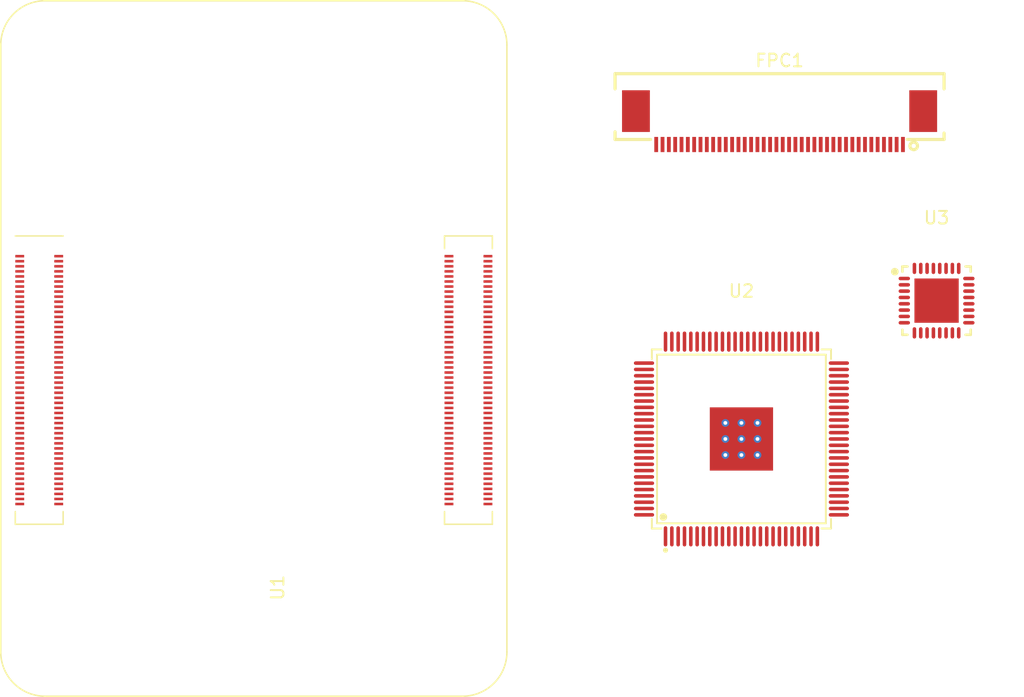
<source format=kicad_pcb>
(kicad_pcb (version 20221018) (generator pcbnew)
  (layers (0 "F.Cu" signal) (31 "B.Cu" signal) (34 "B.Paste" user) (35 "F.Paste" user) (36 "B.SilkS" user "B.Silkscreen") (37 "F.SilkS" user "F.Silkscreen") (38 "B.Mask" user) (39 "F.Mask" user) (44 "Edge.Cuts" user))
  (net 0 "")
  (net 203 "GND")
  (net 204 "HDMI0_CK-")
  (net 205 "HDMI0_CK+")
  (net 206 "HDMI0_D0-")
  (net 207 "HDMI0_D0+")
  (net 208 "HDMI0_D1-")
  (net 209 "HDMI0_D1+")
  (net 210 "HDMI0_D2-")
  (net 211 "HDMI0_D2+")
  (net 212 "Net-(J1-CK-)")
  (net 213 "Net-(J1-CK+)")
  (net 214 "Net-(J1-D0-)")
  (net 215 "Net-(J1-D0+)")
  (net 216 "Net-(J1-D1-)")
  (net 217 "Net-(J1-D1+)")
  (net 218 "Net-(J1-D2-)")
  (net 219 "Net-(J1-D2+)")
  (net 262 "/HDMI/HDMI1_CEC")
  (net 263 "/HDMI/HDMI1_SCL")
  (net 264 "/HDMI/HDMI1_SDA")
  (net 265 "/HDMI/HDMI1_HOTPLUG")
  (net 266 "/SD/SD_DAT2")
  (net 267 "/SD/SD_DAT1")
  (net 268 "/SD/SD_DAT0")
  (net 269 "/SD/SD_CMD")
  (net 270 "/SD/SD_DAT3")
  (net 271 "/SD/SD_CLK")
  (footprint "easyeda2kicad:FPC-SMD_P0.50-40P_LCS-SJ-H2.0" (layer "F.Cu") (at 190.783 70.181)
    (fp_text reference "FPC1" (at 0 -5.32) (layer "F.SilkS"))
    (fp_text value "AFC07-S40ECA-00")
    (fp_line (start -13 -4.28) (end -13 -3.08) (stroke (width 0.25)) (layer "F.SilkS"))
    (fp_line (start -13 0.32) (end -13 0.92) (stroke (width 0.25)) (layer "F.SilkS"))
    (fp_line (start -13 0.92) (end -10.2 0.92) (stroke (width 0.25)) (layer "F.SilkS"))
    (fp_line (start 10.1 0.92) (end 13 0.92) (stroke (width 0.25)) (layer "F.SilkS"))
    (fp_line (start 13 -4.28) (end -13 -4.28) (stroke (width 0.25)) (layer "F.SilkS"))
    (fp_line (start 13 -3.08) (end 13 -4.28) (stroke (width 0.25)) (layer "F.SilkS"))
    (fp_line (start 13 0.92) (end 13 0.42) (stroke (width 0.25)) (layer "F.SilkS"))
    (fp_circle (center 10.6 1.43) (end 10.9 1.43) (stroke (width 0.25)) (fill none) (layer "F.SilkS"))
    (pad "1" smd rect (at 9.75 1.32) (size 0.3 1.2) (layers "F.Cu" "F.Paste" "F.Mask"))
    (pad "2" smd rect (at 9.25 1.32) (size 0.3 1.2) (layers "F.Cu" "F.Paste" "F.Mask"))
    (pad "3" smd rect (at 8.75 1.32) (size 0.3 1.2) (layers "F.Cu" "F.Paste" "F.Mask"))
    (pad "4" smd rect (at 8.25 1.32) (size 0.3 1.2) (layers "F.Cu" "F.Paste" "F.Mask"))
    (pad "5" smd rect (at 7.75 1.32) (size 0.3 1.2) (layers "F.Cu" "F.Paste" "F.Mask"))
    (pad "6" smd rect (at 7.25 1.32) (size 0.3 1.2) (layers "F.Cu" "F.Paste" "F.Mask"))
    (pad "7" smd rect (at 6.75 1.32) (size 0.3 1.2) (layers "F.Cu" "F.Paste" "F.Mask"))
    (pad "8" smd rect (at 6.25 1.32) (size 0.3 1.2) (layers "F.Cu" "F.Paste" "F.Mask"))
    (pad "9" smd rect (at 5.75 1.32) (size 0.3 1.2) (layers "F.Cu" "F.Paste" "F.Mask"))
    (pad "10" smd rect (at 5.25 1.32) (size 0.3 1.2) (layers "F.Cu" "F.Paste" "F.Mask"))
    (pad "11" smd rect (at 4.75 1.32) (size 0.3 1.2) (layers "F.Cu" "F.Paste" "F.Mask"))
    (pad "12" smd rect (at 4.25 1.32) (size 0.3 1.2) (layers "F.Cu" "F.Paste" "F.Mask"))
    (pad "13" smd rect (at 3.75 1.32) (size 0.3 1.2) (layers "F.Cu" "F.Paste" "F.Mask"))
    (pad "14" smd rect (at 3.25 1.32) (size 0.3 1.2) (layers "F.Cu" "F.Paste" "F.Mask"))
    (pad "15" smd rect (at 2.75 1.32) (size 0.3 1.2) (layers "F.Cu" "F.Paste" "F.Mask"))
    (pad "16" smd rect (at 2.25 1.32) (size 0.3 1.2) (layers "F.Cu" "F.Paste" "F.Mask"))
    (pad "17" smd rect (at 1.75 1.32) (size 0.3 1.2) (layers "F.Cu" "F.Paste" "F.Mask"))
    (pad "18" smd rect (at 1.25 1.32) (size 0.3 1.2) (layers "F.Cu" "F.Paste" "F.Mask"))
    (pad "19" smd rect (at 0.75 1.32) (size 0.3 1.2) (layers "F.Cu" "F.Paste" "F.Mask"))
    (pad "20" smd rect (at 0.25 1.32) (size 0.3 1.2) (layers "F.Cu" "F.Paste" "F.Mask"))
    (pad "21" smd rect (at -0.25 1.32) (size 0.3 1.2) (layers "F.Cu" "F.Paste" "F.Mask"))
    (pad "22" smd rect (at -0.75 1.32) (size 0.3 1.2) (layers "F.Cu" "F.Paste" "F.Mask"))
    (pad "23" smd rect (at -1.25 1.32) (size 0.3 1.2) (layers "F.Cu" "F.Paste" "F.Mask"))
    (pad "24" smd rect (at -1.75 1.32) (size 0.3 1.2) (layers "F.Cu" "F.Paste" "F.Mask"))
    (pad "25" smd rect (at -2.25 1.32) (size 0.3 1.2) (layers "F.Cu" "F.Paste" "F.Mask"))
    (pad "26" smd rect (at -2.75 1.32) (size 0.3 1.2) (layers "F.Cu" "F.Paste" "F.Mask"))
    (pad "27" smd rect (at -3.25 1.32) (size 0.3 1.2) (layers "F.Cu" "F.Paste" "F.Mask"))
    (pad "28" smd rect (at -3.75 1.32) (size 0.3 1.2) (layers "F.Cu" "F.Paste" "F.Mask"))
    (pad "29" smd rect (at -4.25 1.32) (size 0.3 1.2) (layers "F.Cu" "F.Paste" "F.Mask"))
    (pad "30" smd rect (at -4.75 1.32) (size 0.3 1.2) (layers "F.Cu" "F.Paste" "F.Mask"))
    (pad "31" smd rect (at -5.25 1.32) (size 0.3 1.2) (layers "F.Cu" "F.Paste" "F.Mask"))
    (pad "32" smd rect (at -5.75 1.32) (size 0.3 1.2) (layers "F.Cu" "F.Paste" "F.Mask"))
    (pad "33" smd rect (at -6.25 1.32) (size 0.3 1.2) (layers "F.Cu" "F.Paste" "F.Mask"))
    (pad "34" smd rect (at -6.75 1.32) (size 0.3 1.2) (layers "F.Cu" "F.Paste" "F.Mask"))
    (pad "35" smd rect (at -7.25 1.32) (size 0.3 1.2) (layers "F.Cu" "F.Paste" "F.Mask"))
    (pad "36" smd rect (at -7.75 1.32) (size 0.3 1.2) (layers "F.Cu" "F.Paste" "F.Mask"))
    (pad "37" smd rect (at -8.25 1.32) (size 0.3 1.2) (layers "F.Cu" "F.Paste" "F.Mask"))
    (pad "38" smd rect (at -8.75 1.32) (size 0.3 1.2) (layers "F.Cu" "F.Paste" "F.Mask"))
    (pad "39" smd rect (at -9.25 1.32) (size 0.3 1.2) (layers "F.Cu" "F.Paste" "F.Mask"))
    (pad "40" smd rect (at -9.75 1.32) (size 0.3 1.2) (layers "F.Cu" "F.Paste" "F.Mask"))
    (pad "41" smd rect (at 11.35 -1.32) (size 2.2 3.3) (layers "F.Cu" "F.Paste" "F.Mask"))
    (pad "42" smd rect (at -11.35 -1.32) (size 2.2 3.3) (layers "F.Cu" "F.Paste" "F.Mask"))
  )
  (footprint "easyeda2kicad:TQFP-100_L14.0-W14.0-P0.50-LS16.0-BL-EP5.2" (layer "F.Cu") (at 187.769 94.789)
    (fp_text reference "U2" (at 0 -11.7) (layer "F.SilkS"))
    (fp_text value "TFP401APZP")
    (fp_line (start -7.08 -7.08) (end -6.33 -7.08) (stroke (width 0.15)) (layer "F.SilkS"))
    (fp_line (start -7.08 -6.33) (end -7.08 -7.08) (stroke (width 0.15)) (layer "F.SilkS"))
    (fp_line (start -7.08 6.33) (end -7.08 7.08) (stroke (width 0.15)) (layer "F.SilkS"))
    (fp_line (start -7.08 7.08) (end -6.33 7.08) (stroke (width 0.15)) (layer "F.SilkS"))
    (fp_line (start -6.67 -6.67) (end 6.67 -6.67) (stroke (width 0.15)) (layer "F.SilkS"))
    (fp_line (start -6.67 6.67) (end -6.67 -6.67) (stroke (width 0.15)) (layer "F.SilkS"))
    (fp_line (start 6.67 -6.67) (end 6.67 6.67) (stroke (width 0.15)) (layer "F.SilkS"))
    (fp_line (start 6.67 6.67) (end -6.67 6.67) (stroke (width 0.15)) (layer "F.SilkS"))
    (fp_line (start 7.08 -7.08) (end 6.33 -7.08) (stroke (width 0.15)) (layer "F.SilkS"))
    (fp_line (start 7.08 -6.33) (end 7.08 -7.08) (stroke (width 0.15)) (layer "F.SilkS"))
    (fp_line (start 7.08 6.33) (end 7.08 7.08) (stroke (width 0.15)) (layer "F.SilkS"))
    (fp_line (start 7.08 7.08) (end 6.33 7.08) (stroke (width 0.15)) (layer "F.SilkS"))
    (fp_circle (center -6.17 6.17) (end -6.02 6.17) (stroke (width 0.3)) (fill none) (layer "F.SilkS"))
    (fp_circle (center -6 8.8) (end -5.9 8.8) (stroke (width 0.2)) (fill none) (layer "F.SilkS"))
    (pad "" thru_hole circle (at -1.27 -1.27) (size 0.61 0.61) (drill 0.3) (layers "*.Cu" "*.Paste" "*.Mask"))
    (pad "" thru_hole circle (at -1.27 0) (size 0.61 0.61) (drill 0.3) (layers "*.Cu" "*.Paste" "*.Mask"))
    (pad "" thru_hole circle (at -1.27 1.27) (size 0.61 0.61) (drill 0.3) (layers "*.Cu" "*.Paste" "*.Mask"))
    (pad "" thru_hole circle (at 0 -1.27) (size 0.61 0.61) (drill 0.3) (layers "*.Cu" "*.Paste" "*.Mask"))
    (pad "" thru_hole circle (at 0 0) (size 0.61 0.61) (drill 0.3) (layers "*.Cu" "*.Paste" "*.Mask"))
    (pad "" thru_hole circle (at 0 1.27) (size 0.61 0.61) (drill 0.3) (layers "*.Cu" "*.Paste" "*.Mask"))
    (pad "" thru_hole circle (at 1.27 -1.27) (size 0.61 0.61) (drill 0.3) (layers "*.Cu" "*.Paste" "*.Mask"))
    (pad "" thru_hole circle (at 1.27 0) (size 0.61 0.61) (drill 0.3) (layers "*.Cu" "*.Paste" "*.Mask"))
    (pad "" thru_hole circle (at 1.27 1.27) (size 0.61 0.61) (drill 0.3) (layers "*.Cu" "*.Paste" "*.Mask"))
    (pad "1" smd oval (at -6 7.7) (size 0.28 1.6) (layers "F.Cu" "F.Paste" "F.Mask"))
    (pad "2" smd oval (at -5.5 7.7) (size 0.28 1.6) (layers "F.Cu" "F.Paste" "F.Mask"))
    (pad "3" smd oval (at -5 7.7) (size 0.28 1.6) (layers "F.Cu" "F.Paste" "F.Mask"))
    (pad "4" smd oval (at -4.5 7.7) (size 0.28 1.6) (layers "F.Cu" "F.Paste" "F.Mask"))
    (pad "5" smd oval (at -4 7.7) (size 0.28 1.6) (layers "F.Cu" "F.Paste" "F.Mask") (net 203 "GND"))
    (pad "6" smd oval (at -3.5 7.7) (size 0.28 1.6) (layers "F.Cu" "F.Paste" "F.Mask"))
    (pad "7" smd oval (at -3 7.7) (size 0.28 1.6) (layers "F.Cu" "F.Paste" "F.Mask"))
    (pad "8" smd oval (at -2.5 7.7) (size 0.28 1.6) (layers "F.Cu" "F.Paste" "F.Mask"))
    (pad "9" smd oval (at -2 7.7) (size 0.28 1.6) (layers "F.Cu" "F.Paste" "F.Mask"))
    (pad "10" smd oval (at -1.5 7.7) (size 0.28 1.6) (layers "F.Cu" "F.Paste" "F.Mask"))
    (pad "11" smd oval (at -1 7.7) (size 0.28 1.6) (layers "F.Cu" "F.Paste" "F.Mask"))
    (pad "12" smd oval (at -0.5 7.7) (size 0.28 1.6) (layers "F.Cu" "F.Paste" "F.Mask"))
    (pad "13" smd oval (at 0 7.7) (size 0.28 1.6) (layers "F.Cu" "F.Paste" "F.Mask"))
    (pad "14" smd oval (at 0.5 7.7) (size 0.28 1.6) (layers "F.Cu" "F.Paste" "F.Mask"))
    (pad "15" smd oval (at 1 7.7) (size 0.28 1.6) (layers "F.Cu" "F.Paste" "F.Mask"))
    (pad "16" smd oval (at 1.5 7.7) (size 0.28 1.6) (layers "F.Cu" "F.Paste" "F.Mask"))
    (pad "17" smd oval (at 2 7.7) (size 0.28 1.6) (layers "F.Cu" "F.Paste" "F.Mask"))
    (pad "18" smd oval (at 2.5 7.7) (size 0.28 1.6) (layers "F.Cu" "F.Paste" "F.Mask"))
    (pad "19" smd oval (at 3 7.7) (size 0.28 1.6) (layers "F.Cu" "F.Paste" "F.Mask") (net 203 "GND"))
    (pad "20" smd oval (at 3.5 7.7) (size 0.28 1.6) (layers "F.Cu" "F.Paste" "F.Mask"))
    (pad "21" smd oval (at 4 7.7) (size 0.28 1.6) (layers "F.Cu" "F.Paste" "F.Mask"))
    (pad "22" smd oval (at 4.5 7.7) (size 0.28 1.6) (layers "F.Cu" "F.Paste" "F.Mask"))
    (pad "23" smd oval (at 5 7.7) (size 0.28 1.6) (layers "F.Cu" "F.Paste" "F.Mask"))
    (pad "24" smd oval (at 5.5 7.7) (size 0.28 1.6) (layers "F.Cu" "F.Paste" "F.Mask"))
    (pad "25" smd oval (at 6 7.7) (size 0.28 1.6) (layers "F.Cu" "F.Paste" "F.Mask"))
    (pad "26" smd oval (at 7.7 6) (size 1.6 0.28) (layers "F.Cu" "F.Paste" "F.Mask"))
    (pad "27" smd oval (at 7.7 5.5) (size 1.6 0.28) (layers "F.Cu" "F.Paste" "F.Mask"))
    (pad "28" smd oval (at 7.7 5) (size 1.6 0.28) (layers "F.Cu" "F.Paste" "F.Mask") (net 203 "GND"))
    (pad "29" smd oval (at 7.7 4.5) (size 1.6 0.28) (layers "F.Cu" "F.Paste" "F.Mask"))
    (pad "30" smd oval (at 7.7 4) (size 1.6 0.28) (layers "F.Cu" "F.Paste" "F.Mask"))
    (pad "31" smd oval (at 7.7 3.5) (size 1.6 0.28) (layers "F.Cu" "F.Paste" "F.Mask"))
    (pad "32" smd oval (at 7.7 3) (size 1.6 0.28) (layers "F.Cu" "F.Paste" "F.Mask"))
    (pad "33" smd oval (at 7.7 2.5) (size 1.6 0.28) (layers "F.Cu" "F.Paste" "F.Mask"))
    (pad "34" smd oval (at 7.7 2) (size 1.6 0.28) (layers "F.Cu" "F.Paste" "F.Mask"))
    (pad "35" smd oval (at 7.7 1.5) (size 1.6 0.28) (layers "F.Cu" "F.Paste" "F.Mask"))
    (pad "36" smd oval (at 7.7 1) (size 1.6 0.28) (layers "F.Cu" "F.Paste" "F.Mask"))
    (pad "37" smd oval (at 7.7 0.5) (size 1.6 0.28) (layers "F.Cu" "F.Paste" "F.Mask"))
    (pad "38" smd oval (at 7.7 0) (size 1.6 0.28) (layers "F.Cu" "F.Paste" "F.Mask"))
    (pad "39" smd oval (at 7.7 -0.5) (size 1.6 0.28) (layers "F.Cu" "F.Paste" "F.Mask") (net 203 "GND"))
    (pad "40" smd oval (at 7.7 -1) (size 1.6 0.28) (layers "F.Cu" "F.Paste" "F.Mask"))
    (pad "41" smd oval (at 7.7 -1.5) (size 1.6 0.28) (layers "F.Cu" "F.Paste" "F.Mask"))
    (pad "42" smd oval (at 7.7 -2) (size 1.6 0.28) (layers "F.Cu" "F.Paste" "F.Mask"))
    (pad "43" smd oval (at 7.7 -2.5) (size 1.6 0.28) (layers "F.Cu" "F.Paste" "F.Mask"))
    (pad "44" smd oval (at 7.7 -3) (size 1.6 0.28) (layers "F.Cu" "F.Paste" "F.Mask"))
    (pad "45" smd oval (at 7.7 -3.5) (size 1.6 0.28) (layers "F.Cu" "F.Paste" "F.Mask") (net 203 "GND"))
    (pad "46" smd oval (at 7.7 -4) (size 1.6 0.28) (layers "F.Cu" "F.Paste" "F.Mask"))
    (pad "47" smd oval (at 7.7 -4.5) (size 1.6 0.28) (layers "F.Cu" "F.Paste" "F.Mask"))
    (pad "48" smd oval (at 7.7 -5) (size 1.6 0.28) (layers "F.Cu" "F.Paste" "F.Mask"))
    (pad "49" smd oval (at 7.7 -5.5) (size 1.6 0.28) (layers "F.Cu" "F.Paste" "F.Mask"))
    (pad "50" smd oval (at 7.7 -6) (size 1.6 0.28) (layers "F.Cu" "F.Paste" "F.Mask"))
    (pad "51" smd oval (at 6 -7.7) (size 0.28 1.6) (layers "F.Cu" "F.Paste" "F.Mask"))
    (pad "52" smd oval (at 5.5 -7.7) (size 0.28 1.6) (layers "F.Cu" "F.Paste" "F.Mask"))
    (pad "53" smd oval (at 5 -7.7) (size 0.28 1.6) (layers "F.Cu" "F.Paste" "F.Mask"))
    (pad "54" smd oval (at 4.5 -7.7) (size 0.28 1.6) (layers "F.Cu" "F.Paste" "F.Mask"))
    (pad "55" smd oval (at 4 -7.7) (size 0.28 1.6) (layers "F.Cu" "F.Paste" "F.Mask"))
    (pad "56" smd oval (at 3.5 -7.7) (size 0.28 1.6) (layers "F.Cu" "F.Paste" "F.Mask"))
    (pad "57" smd oval (at 3 -7.7) (size 0.28 1.6) (layers "F.Cu" "F.Paste" "F.Mask"))
    (pad "58" smd oval (at 2.5 -7.7) (size 0.28 1.6) (layers "F.Cu" "F.Paste" "F.Mask") (net 203 "GND"))
    (pad "59" smd oval (at 2 -7.7) (size 0.28 1.6) (layers "F.Cu" "F.Paste" "F.Mask"))
    (pad "60" smd oval (at 1.5 -7.7) (size 0.28 1.6) (layers "F.Cu" "F.Paste" "F.Mask"))
    (pad "61" smd oval (at 1 -7.7) (size 0.28 1.6) (layers "F.Cu" "F.Paste" "F.Mask"))
    (pad "62" smd oval (at 0.5 -7.7) (size 0.28 1.6) (layers "F.Cu" "F.Paste" "F.Mask"))
    (pad "63" smd oval (at 0 -7.7) (size 0.28 1.6) (layers "F.Cu" "F.Paste" "F.Mask"))
    (pad "64" smd oval (at -0.5 -7.7) (size 0.28 1.6) (layers "F.Cu" "F.Paste" "F.Mask"))
    (pad "65" smd oval (at -1 -7.7) (size 0.28 1.6) (layers "F.Cu" "F.Paste" "F.Mask"))
    (pad "66" smd oval (at -1.5 -7.7) (size 0.28 1.6) (layers "F.Cu" "F.Paste" "F.Mask"))
    (pad "67" smd oval (at -2 -7.7) (size 0.28 1.6) (layers "F.Cu" "F.Paste" "F.Mask"))
    (pad "68" smd oval (at -2.5 -7.7) (size 0.28 1.6) (layers "F.Cu" "F.Paste" "F.Mask") (net 203 "GND"))
    (pad "69" smd oval (at -3 -7.7) (size 0.28 1.6) (layers "F.Cu" "F.Paste" "F.Mask"))
    (pad "70" smd oval (at -3.5 -7.7) (size 0.28 1.6) (layers "F.Cu" "F.Paste" "F.Mask"))
    (pad "71" smd oval (at -4 -7.7) (size 0.28 1.6) (layers "F.Cu" "F.Paste" "F.Mask"))
    (pad "72" smd oval (at -4.5 -7.7) (size 0.28 1.6) (layers "F.Cu" "F.Paste" "F.Mask"))
    (pad "73" smd oval (at -5 -7.7) (size 0.28 1.6) (layers "F.Cu" "F.Paste" "F.Mask"))
    (pad "74" smd oval (at -5.5 -7.7) (size 0.28 1.6) (layers "F.Cu" "F.Paste" "F.Mask"))
    (pad "75" smd oval (at -6 -7.7) (size 0.28 1.6) (layers "F.Cu" "F.Paste" "F.Mask"))
    (pad "76" smd oval (at -7.7 -6) (size 1.6 0.28) (layers "F.Cu" "F.Paste" "F.Mask") (net 203 "GND"))
    (pad "77" smd oval (at -7.7 -5.5) (size 1.6 0.28) (layers "F.Cu" "F.Paste" "F.Mask"))
    (pad "78" smd oval (at -7.7 -5) (size 1.6 0.28) (layers "F.Cu" "F.Paste" "F.Mask"))
    (pad "79" smd oval (at -7.7 -4.5) (size 1.6 0.28) (layers "F.Cu" "F.Paste" "F.Mask") (net 203 "GND"))
    (pad "80" smd oval (at -7.7 -4) (size 1.6 0.28) (layers "F.Cu" "F.Paste" "F.Mask") (net 211 "HDMI0_D2+"))
    (pad "81" smd oval (at -7.7 -3.5) (size 1.6 0.28) (layers "F.Cu" "F.Paste" "F.Mask") (net 210 "HDMI0_D2-"))
    (pad "82" smd oval (at -7.7 -3) (size 1.6 0.28) (layers "F.Cu" "F.Paste" "F.Mask"))
    (pad "83" smd oval (at -7.7 -2.5) (size 1.6 0.28) (layers "F.Cu" "F.Paste" "F.Mask") (net 203 "GND"))
    (pad "84" smd oval (at -7.7 -2) (size 1.6 0.28) (layers "F.Cu" "F.Paste" "F.Mask"))
    (pad "85" smd oval (at -7.7 -1.5) (size 1.6 0.28) (layers "F.Cu" "F.Paste" "F.Mask") (net 209 "HDMI0_D1+"))
    (pad "86" smd oval (at -7.7 -1) (size 1.6 0.28) (layers "F.Cu" "F.Paste" "F.Mask") (net 208 "HDMI0_D1-"))
    (pad "87" smd oval (at -7.7 -0.5) (size 1.6 0.28) (layers "F.Cu" "F.Paste" "F.Mask") (net 203 "GND"))
    (pad "88" smd oval (at -7.7 0) (size 1.6 0.28) (layers "F.Cu" "F.Paste" "F.Mask"))
    (pad "89" smd oval (at -7.7 0.5) (size 1.6 0.28) (layers "F.Cu" "F.Paste" "F.Mask") (net 203 "GND"))
    (pad "90" smd oval (at -7.7 1) (size 1.6 0.28) (layers "F.Cu" "F.Paste" "F.Mask") (net 207 "HDMI0_D0+"))
    (pad "91" smd oval (at -7.7 1.5) (size 1.6 0.28) (layers "F.Cu" "F.Paste" "F.Mask") (net 206 "HDMI0_D0-"))
    (pad "92" smd oval (at -7.7 2) (size 1.6 0.28) (layers "F.Cu" "F.Paste" "F.Mask") (net 203 "GND"))
    (pad "93" smd oval (at -7.7 2.5) (size 1.6 0.28) (layers "F.Cu" "F.Paste" "F.Mask") (net 205 "HDMI0_CK+"))
    (pad "94" smd oval (at -7.7 3) (size 1.6 0.28) (layers "F.Cu" "F.Paste" "F.Mask") (net 204 "HDMI0_CK-"))
    (pad "95" smd oval (at -7.7 3.5) (size 1.6 0.28) (layers "F.Cu" "F.Paste" "F.Mask"))
    (pad "96" smd oval (at -7.7 4) (size 1.6 0.28) (layers "F.Cu" "F.Paste" "F.Mask"))
    (pad "97" smd oval (at -7.7 4.5) (size 1.6 0.28) (layers "F.Cu" "F.Paste" "F.Mask"))
    (pad "98" smd oval (at -7.7 5) (size 1.6 0.28) (layers "F.Cu" "F.Paste" "F.Mask") (net 203 "GND"))
    (pad "99" smd oval (at -7.7 5.5) (size 1.6 0.28) (layers "F.Cu" "F.Paste" "F.Mask"))
    (pad "100" smd oval (at -7.7 6) (size 1.6 0.28) (layers "F.Cu" "F.Paste" "F.Mask"))
    (pad "101" smd rect (at 0 0) (size 5 5) (layers "F.Cu" "F.Paste" "F.Mask"))
  )
  (footprint "easyeda2kicad:QFN-32_L5.0-W5.0-P0.50-TL-EP" (layer "F.Cu") (at 203.19 83.848)
    (fp_text reference "U3" (at 0 -6.55) (layer "F.SilkS"))
    (fp_text value "WM8960CGEFL/RV")
    (fp_line (start -2.7 -2.7) (end -2.3 -2.7) (stroke (width 0.2)) (layer "F.SilkS"))
    (fp_line (start -2.7 -2.29) (end -2.7 -2.7) (stroke (width 0.2)) (layer "F.SilkS"))
    (fp_line (start -2.7 2.3) (end -2.7 2.7) (stroke (width 0.2)) (layer "F.SilkS"))
    (fp_line (start -2.7 2.7) (end -2.3 2.7) (stroke (width 0.2)) (layer "F.SilkS"))
    (fp_line (start 2.29 -2.7) (end 2.7 -2.7) (stroke (width 0.2)) (layer "F.SilkS"))
    (fp_line (start 2.29 2.7) (end 2.7 2.7) (stroke (width 0.2)) (layer "F.SilkS"))
    (fp_line (start 2.7 -2.7) (end 2.7 -2.29) (stroke (width 0.2)) (layer "F.SilkS"))
    (fp_line (start 2.7 2.7) (end 2.7 2.3) (stroke (width 0.2)) (layer "F.SilkS"))
    (fp_circle (center -3.3 -2.29) (end -3.15 -2.29) (stroke (width 0.3)) (fill none) (layer "F.SilkS"))
    (pad "1" smd oval (at -2.55 -1.75 90) (size 0.28 0.9) (layers "F.Cu" "F.Paste" "F.Mask"))
    (pad "2" smd oval (at -2.55 -1.25 90) (size 0.28 0.9) (layers "F.Cu" "F.Paste" "F.Mask"))
    (pad "3" smd oval (at -2.55 -0.75 90) (size 0.28 0.9) (layers "F.Cu" "F.Paste" "F.Mask"))
    (pad "4" smd oval (at -2.55 -0.25 90) (size 0.28 0.9) (layers "F.Cu" "F.Paste" "F.Mask"))
    (pad "5" smd oval (at -2.55 0.25 90) (size 0.28 0.9) (layers "F.Cu" "F.Paste" "F.Mask"))
    (pad "6" smd oval (at -2.55 0.75 90) (size 0.28 0.9) (layers "F.Cu" "F.Paste" "F.Mask"))
    (pad "7" smd oval (at -2.55 1.25 90) (size 0.28 0.9) (layers "F.Cu" "F.Paste" "F.Mask"))
    (pad "8" smd oval (at -2.55 1.75 90) (size 0.28 0.9) (layers "F.Cu" "F.Paste" "F.Mask"))
    (pad "9" smd oval (at -1.75 2.55) (size 0.28 0.9) (layers "F.Cu" "F.Paste" "F.Mask"))
    (pad "10" smd oval (at -1.25 2.55) (size 0.28 0.9) (layers "F.Cu" "F.Paste" "F.Mask"))
    (pad "11" smd oval (at -0.75 2.55) (size 0.28 0.9) (layers "F.Cu" "F.Paste" "F.Mask"))
    (pad "12" smd oval (at -0.25 2.55) (size 0.28 0.9) (layers "F.Cu" "F.Paste" "F.Mask"))
    (pad "13" smd oval (at 0.25 2.55) (size 0.28 0.9) (layers "F.Cu" "F.Paste" "F.Mask"))
    (pad "14" smd oval (at 0.75 2.55) (size 0.28 0.9) (layers "F.Cu" "F.Paste" "F.Mask"))
    (pad "15" smd oval (at 1.25 2.55) (size 0.28 0.9) (layers "F.Cu" "F.Paste" "F.Mask"))
    (pad "16" smd oval (at 1.75 2.55) (size 0.28 0.9) (layers "F.Cu" "F.Paste" "F.Mask"))
    (pad "17" smd oval (at 2.55 1.75 90) (size 0.28 0.9) (layers "F.Cu" "F.Paste" "F.Mask"))
    (pad "18" smd oval (at 2.55 1.25 90) (size 0.28 0.9) (layers "F.Cu" "F.Paste" "F.Mask"))
    (pad "19" smd oval (at 2.55 0.75 90) (size 0.28 0.9) (layers "F.Cu" "F.Paste" "F.Mask"))
    (pad "20" smd oval (at 2.55 0.25 90) (size 0.28 0.9) (layers "F.Cu" "F.Paste" "F.Mask"))
    (pad "21" smd oval (at 2.55 -0.25 90) (size 0.28 0.9) (layers "F.Cu" "F.Paste" "F.Mask"))
    (pad "22" smd oval (at 2.55 -0.75 90) (size 0.28 0.9) (layers "F.Cu" "F.Paste" "F.Mask"))
    (pad "23" smd oval (at 2.55 -1.25 90) (size 0.28 0.9) (layers "F.Cu" "F.Paste" "F.Mask"))
    (pad "24" smd oval (at 2.55 -1.75 90) (size 0.28 0.9) (layers "F.Cu" "F.Paste" "F.Mask"))
    (pad "25" smd oval (at 1.75 -2.55) (size 0.28 0.9) (layers "F.Cu" "F.Paste" "F.Mask"))
    (pad "26" smd oval (at 1.25 -2.55) (size 0.28 0.9) (layers "F.Cu" "F.Paste" "F.Mask"))
    (pad "27" smd oval (at 0.75 -2.55) (size 0.28 0.9) (layers "F.Cu" "F.Paste" "F.Mask"))
    (pad "28" smd oval (at 0.25 -2.55) (size 0.28 0.9) (layers "F.Cu" "F.Paste" "F.Mask"))
    (pad "29" smd oval (at -0.25 -2.55) (size 0.28 0.9) (layers "F.Cu" "F.Paste" "F.Mask"))
    (pad "30" smd oval (at -0.75 -2.55) (size 0.28 0.9) (layers "F.Cu" "F.Paste" "F.Mask"))
    (pad "31" smd oval (at -1.25 -2.55) (size 0.28 0.9) (layers "F.Cu" "F.Paste" "F.Mask"))
    (pad "32" smd oval (at -1.75 -2.55) (size 0.28 0.9) (layers "F.Cu" "F.Paste" "F.Mask"))
    (pad "33" smd rect (at 0 0) (size 3.5 3.5) (layers "F.Cu" "F.Paste" "F.Mask"))
  )
  (footprint "RPi_Compute_Module_4:Raspberry-Pi-4-Compute-Module" (layer "F.Cu") (at 149.235 90.133)
    (fp_text reference "U1" (at 1.88 16.42 270) (layer "F.SilkS"))
    (fp_text value "Compute_Module_4_Functional")
    (fp_line (start -20 -26.5) (end -20 21.5) (stroke (width 0.12)) (layer "F.SilkS"))
    (fp_line (start -18.85 -11.4) (end -15.07 -11.4) (stroke (width 0.12)) (layer "F.SilkS"))
    (fp_line (start -18.85 11.4) (end -18.85 10.4) (stroke (width 0.12)) (layer "F.SilkS"))
    (fp_line (start -18.85 11.4) (end -15.07 11.4) (stroke (width 0.12)) (layer "F.SilkS"))
    (fp_line (start -16.5 25) (end 16.5 25) (stroke (width 0.12)) (layer "F.SilkS"))
    (fp_line (start -15.07 11.4) (end -15.07 10.4) (stroke (width 0.12)) (layer "F.SilkS"))
    (fp_line (start 15.07 -11.4) (end 15.07 -10.4) (stroke (width 0.12)) (layer "F.SilkS"))
    (fp_line (start 15.07 -11.4) (end 18.85 -11.4) (stroke (width 0.12)) (layer "F.SilkS"))
    (fp_line (start 15.07 11.4) (end 15.07 10.4) (stroke (width 0.12)) (layer "F.SilkS"))
    (fp_line (start 15.07 11.4) (end 18.85 11.4) (stroke (width 0.12)) (layer "F.SilkS"))
    (fp_line (start 16.5 -30) (end -16.5 -30) (stroke (width 0.12)) (layer "F.SilkS"))
    (fp_line (start 18.85 -11.4) (end 18.85 -10.4) (stroke (width 0.12)) (layer "F.SilkS"))
    (fp_line (start 18.85 11.4) (end 18.85 10.4) (stroke (width 0.12)) (layer "F.SilkS"))
    (fp_line (start 20 21.5) (end 20 -26.5) (stroke (width 0.12)) (layer "F.SilkS"))
    (fp_arc (start -20 -26.5) (mid -18.974874 -28.974874) (end -16.5 -30) (stroke (width 0.12)) (layer "F.SilkS"))
    (fp_arc (start -16.5 25) (mid -18.974874 23.974874) (end -20 21.5) (stroke (width 0.12)) (layer "F.SilkS"))
    (fp_arc (start 16.5 -30) (mid 18.974874 -28.974874) (end 20 -26.5) (stroke (width 0.12)) (layer "F.SilkS"))
    (fp_arc (start 20 21.5) (mid 18.974874 23.974874) (end 16.5 25) (stroke (width 0.12)) (layer "F.SilkS"))
    (pad "" np_thru_hole circle (at -16.5 -26.5) (size 2.7 2.7) (drill 2.7) (layers "*.Cu" "*.Mask") (clearance 1.7))
    (pad "" np_thru_hole circle (at -16.5 21.5) (size 2.7 2.7) (drill 2.7) (layers "*.Cu" "*.Mask") (clearance 1.7))
    (pad "" np_thru_hole circle (at 16.5 -26.5) (size 2.7 2.7) (drill 2.7) (layers "*.Cu" "*.Mask") (clearance 1.7))
    (pad "" np_thru_hole circle (at 16.5 21.5) (size 2.7 2.7) (drill 2.7) (layers "*.Cu" "*.Mask") (clearance 1.7))
    (pad "1" smd rect (at -18.5 -9.8 270) (size 0.2 0.7) (layers "F.Cu" "F.Paste" "F.Mask") (net 203 "GND"))
    (pad "2" smd rect (at -15.42 -9.8 270) (size 0.2 0.7) (layers "F.Cu" "F.Paste" "F.Mask") (net 203 "GND"))
    (pad "3" smd rect (at -18.5 -9.4 270) (size 0.2 0.7) (layers "F.Cu" "F.Paste" "F.Mask"))
    (pad "4" smd rect (at -15.42 -9.4 270) (size 0.2 0.7) (layers "F.Cu" "F.Paste" "F.Mask"))
    (pad "5" smd rect (at -18.5 -9 270) (size 0.2 0.7) (layers "F.Cu" "F.Paste" "F.Mask"))
    (pad "6" smd rect (at -15.42 -9 270) (size 0.2 0.7) (layers "F.Cu" "F.Paste" "F.Mask"))
    (pad "7" smd rect (at -18.5 -8.6 270) (size 0.2 0.7) (layers "F.Cu" "F.Paste" "F.Mask") (net 203 "GND"))
    (pad "8" smd rect (at -15.42 -8.6 270) (size 0.2 0.7) (layers "F.Cu" "F.Paste" "F.Mask") (net 203 "GND"))
    (pad "9" smd rect (at -18.5 -8.2 270) (size 0.2 0.7) (layers "F.Cu" "F.Paste" "F.Mask"))
    (pad "10" smd rect (at -15.42 -8.2 270) (size 0.2 0.7) (layers "F.Cu" "F.Paste" "F.Mask"))
    (pad "11" smd rect (at -18.5 -7.8 270) (size 0.2 0.7) (layers "F.Cu" "F.Paste" "F.Mask"))
    (pad "12" smd rect (at -15.42 -7.8 270) (size 0.2 0.7) (layers "F.Cu" "F.Paste" "F.Mask"))
    (pad "13" smd rect (at -18.5 -7.4 270) (size 0.2 0.7) (layers "F.Cu" "F.Paste" "F.Mask") (net 203 "GND"))
    (pad "14" smd rect (at -15.42 -7.4 270) (size 0.2 0.7) (layers "F.Cu" "F.Paste" "F.Mask") (net 203 "GND"))
    (pad "15" smd rect (at -18.5 -7 270) (size 0.2 0.7) (layers "F.Cu" "F.Paste" "F.Mask"))
    (pad "16" smd rect (at -15.42 -7 270) (size 0.2 0.7) (layers "F.Cu" "F.Paste" "F.Mask"))
    (pad "17" smd rect (at -18.5 -6.6 270) (size 0.2 0.7) (layers "F.Cu" "F.Paste" "F.Mask"))
    (pad "18" smd rect (at -15.42 -6.6 270) (size 0.2 0.7) (layers "F.Cu" "F.Paste" "F.Mask"))
    (pad "19" smd rect (at -18.5 -6.2 270) (size 0.2 0.7) (layers "F.Cu" "F.Paste" "F.Mask"))
    (pad "20" smd rect (at -15.42 -6.2 270) (size 0.2 0.7) (layers "F.Cu" "F.Paste" "F.Mask"))
    (pad "21" smd rect (at -18.5 -5.8 270) (size 0.2 0.7) (layers "F.Cu" "F.Paste" "F.Mask"))
    (pad "22" smd rect (at -15.42 -5.8 270) (size 0.2 0.7) (layers "F.Cu" "F.Paste" "F.Mask") (net 203 "GND"))
    (pad "23" smd rect (at -18.5 -5.4 270) (size 0.2 0.7) (layers "F.Cu" "F.Paste" "F.Mask") (net 203 "GND"))
    (pad "24" smd rect (at -15.42 -5.4 270) (size 0.2 0.7) (layers "F.Cu" "F.Paste" "F.Mask"))
    (pad "25" smd rect (at -18.5 -5 270) (size 0.2 0.7) (layers "F.Cu" "F.Paste" "F.Mask"))
    (pad "26" smd rect (at -15.42 -5 270) (size 0.2 0.7) (layers "F.Cu" "F.Paste" "F.Mask"))
    (pad "27" smd rect (at -18.5 -4.6 270) (size 0.2 0.7) (layers "F.Cu" "F.Paste" "F.Mask"))
    (pad "28" smd rect (at -15.42 -4.6 270) (size 0.2 0.7) (layers "F.Cu" "F.Paste" "F.Mask"))
    (pad "29" smd rect (at -18.5 -4.2 270) (size 0.2 0.7) (layers "F.Cu" "F.Paste" "F.Mask"))
    (pad "30" smd rect (at -15.42 -4.2 270) (size 0.2 0.7) (layers "F.Cu" "F.Paste" "F.Mask"))
    (pad "31" smd rect (at -18.5 -3.8 270) (size 0.2 0.7) (layers "F.Cu" "F.Paste" "F.Mask"))
    (pad "32" smd rect (at -15.42 -3.8 270) (size 0.2 0.7) (layers "F.Cu" "F.Paste" "F.Mask") (net 203 "GND"))
    (pad "33" smd rect (at -18.5 -3.4 270) (size 0.2 0.7) (layers "F.Cu" "F.Paste" "F.Mask") (net 203 "GND"))
    (pad "34" smd rect (at -15.42 -3.4 270) (size 0.2 0.7) (layers "F.Cu" "F.Paste" "F.Mask"))
    (pad "35" smd rect (at -18.5 -3 270) (size 0.2 0.7) (layers "F.Cu" "F.Paste" "F.Mask"))
    (pad "36" smd rect (at -15.42 -3 270) (size 0.2 0.7) (layers "F.Cu" "F.Paste" "F.Mask"))
    (pad "37" smd rect (at -18.5 -2.6 270) (size 0.2 0.7) (layers "F.Cu" "F.Paste" "F.Mask"))
    (pad "38" smd rect (at -15.42 -2.6 270) (size 0.2 0.7) (layers "F.Cu" "F.Paste" "F.Mask"))
    (pad "39" smd rect (at -18.5 -2.2 270) (size 0.2 0.7) (layers "F.Cu" "F.Paste" "F.Mask"))
    (pad "40" smd rect (at -15.42 -2.2 270) (size 0.2 0.7) (layers "F.Cu" "F.Paste" "F.Mask"))
    (pad "41" smd rect (at -18.5 -1.8 270) (size 0.2 0.7) (layers "F.Cu" "F.Paste" "F.Mask"))
    (pad "42" smd rect (at -15.42 -1.8 270) (size 0.2 0.7) (layers "F.Cu" "F.Paste" "F.Mask") (net 203 "GND"))
    (pad "43" smd rect (at -18.5 -1.4 270) (size 0.2 0.7) (layers "F.Cu" "F.Paste" "F.Mask") (net 203 "GND"))
    (pad "44" smd rect (at -15.42 -1.4 270) (size 0.2 0.7) (layers "F.Cu" "F.Paste" "F.Mask"))
    (pad "45" smd rect (at -18.5 -1 270) (size 0.2 0.7) (layers "F.Cu" "F.Paste" "F.Mask"))
    (pad "46" smd rect (at -15.42 -1 270) (size 0.2 0.7) (layers "F.Cu" "F.Paste" "F.Mask"))
    (pad "47" smd rect (at -18.5 -0.6 270) (size 0.2 0.7) (layers "F.Cu" "F.Paste" "F.Mask"))
    (pad "48" smd rect (at -15.42 -0.6 270) (size 0.2 0.7) (layers "F.Cu" "F.Paste" "F.Mask"))
    (pad "49" smd rect (at -18.5 -0.2 270) (size 0.2 0.7) (layers "F.Cu" "F.Paste" "F.Mask"))
    (pad "50" smd rect (at -15.42 -0.2 270) (size 0.2 0.7) (layers "F.Cu" "F.Paste" "F.Mask"))
    (pad "51" smd rect (at -18.5 0.2 270) (size 0.2 0.7) (layers "F.Cu" "F.Paste" "F.Mask"))
    (pad "52" smd rect (at -15.42 0.2 270) (size 0.2 0.7) (layers "F.Cu" "F.Paste" "F.Mask") (net 203 "GND"))
    (pad "53" smd rect (at -18.5 0.6 270) (size 0.2 0.7) (layers "F.Cu" "F.Paste" "F.Mask") (net 203 "GND"))
    (pad "54" smd rect (at -15.42 0.6 270) (size 0.2 0.7) (layers "F.Cu" "F.Paste" "F.Mask"))
    (pad "55" smd rect (at -18.5 1 270) (size 0.2 0.7) (layers "F.Cu" "F.Paste" "F.Mask"))
    (pad "56" smd rect (at -15.42 1 270) (size 0.2 0.7) (layers "F.Cu" "F.Paste" "F.Mask"))
    (pad "57" smd rect (at -18.5 1.4 270) (size 0.2 0.7) (layers "F.Cu" "F.Paste" "F.Mask") (net 271 "/SD/SD_CLK"))
    (pad "58" smd rect (at -15.42 1.4 270) (size 0.2 0.7) (layers "F.Cu" "F.Paste" "F.Mask"))
    (pad "59" smd rect (at -18.5 1.8 270) (size 0.2 0.7) (layers "F.Cu" "F.Paste" "F.Mask") (net 203 "GND"))
    (pad "60" smd rect (at -15.42 1.8 270) (size 0.2 0.7) (layers "F.Cu" "F.Paste" "F.Mask") (net 203 "GND"))
    (pad "61" smd rect (at -18.5 2.2 270) (size 0.2 0.7) (layers "F.Cu" "F.Paste" "F.Mask") (net 270 "/SD/SD_DAT3"))
    (pad "62" smd rect (at -15.42 2.2 270) (size 0.2 0.7) (layers "F.Cu" "F.Paste" "F.Mask") (net 269 "/SD/SD_CMD"))
    (pad "63" smd rect (at -18.5 2.6 270) (size 0.2 0.7) (layers "F.Cu" "F.Paste" "F.Mask") (net 268 "/SD/SD_DAT0"))
    (pad "64" smd rect (at -15.42 2.6 270) (size 0.2 0.7) (layers "F.Cu" "F.Paste" "F.Mask"))
    (pad "65" smd rect (at -18.5 3 270) (size 0.2 0.7) (layers "F.Cu" "F.Paste" "F.Mask") (net 203 "GND"))
    (pad "66" smd rect (at -15.42 3 270) (size 0.2 0.7) (layers "F.Cu" "F.Paste" "F.Mask") (net 203 "GND"))
    (pad "67" smd rect (at -18.5 3.4 270) (size 0.2 0.7) (layers "F.Cu" "F.Paste" "F.Mask") (net 267 "/SD/SD_DAT1"))
    (pad "68" smd rect (at -15.42 3.4 270) (size 0.2 0.7) (layers "F.Cu" "F.Paste" "F.Mask"))
    (pad "69" smd rect (at -18.5 3.8 270) (size 0.2 0.7) (layers "F.Cu" "F.Paste" "F.Mask") (net 266 "/SD/SD_DAT2"))
    (pad "70" smd rect (at -15.42 3.8 270) (size 0.2 0.7) (layers "F.Cu" "F.Paste" "F.Mask"))
    (pad "71" smd rect (at -18.5 4.2 270) (size 0.2 0.7) (layers "F.Cu" "F.Paste" "F.Mask") (net 203 "GND"))
    (pad "72" smd rect (at -15.42 4.2 270) (size 0.2 0.7) (layers "F.Cu" "F.Paste" "F.Mask"))
    (pad "73" smd rect (at -18.5 4.6 270) (size 0.2 0.7) (layers "F.Cu" "F.Paste" "F.Mask"))
    (pad "74" smd rect (at -15.42 4.6 270) (size 0.2 0.7) (layers "F.Cu" "F.Paste" "F.Mask") (net 203 "GND"))
    (pad "75" smd rect (at -18.5 5 270) (size 0.2 0.7) (layers "F.Cu" "F.Paste" "F.Mask"))
    (pad "76" smd rect (at -15.42 5 270) (size 0.2 0.7) (layers "F.Cu" "F.Paste" "F.Mask"))
    (pad "77" smd rect (at -18.5 5.4 270) (size 0.2 0.7) (layers "F.Cu" "F.Paste" "F.Mask"))
    (pad "78" smd rect (at -15.42 5.4 270) (size 0.2 0.7) (layers "F.Cu" "F.Paste" "F.Mask"))
    (pad "79" smd rect (at -18.5 5.8 270) (size 0.2 0.7) (layers "F.Cu" "F.Paste" "F.Mask"))
    (pad "80" smd rect (at -15.42 5.8 270) (size 0.2 0.7) (layers "F.Cu" "F.Paste" "F.Mask"))
    (pad "81" smd rect (at -18.5 6.2 270) (size 0.2 0.7) (layers "F.Cu" "F.Paste" "F.Mask"))
    (pad "82" smd rect (at -15.42 6.2 270) (size 0.2 0.7) (layers "F.Cu" "F.Paste" "F.Mask"))
    (pad "83" smd rect (at -18.5 6.6 270) (size 0.2 0.7) (layers "F.Cu" "F.Paste" "F.Mask"))
    (pad "84" smd rect (at -15.42 6.6 270) (size 0.2 0.7) (layers "F.Cu" "F.Paste" "F.Mask"))
    (pad "85" smd rect (at -18.5 7 270) (size 0.2 0.7) (layers "F.Cu" "F.Paste" "F.Mask"))
    (pad "86" smd rect (at -15.42 7 270) (size 0.2 0.7) (layers "F.Cu" "F.Paste" "F.Mask"))
    (pad "87" smd rect (at -18.5 7.4 270) (size 0.2 0.7) (layers "F.Cu" "F.Paste" "F.Mask"))
    (pad "88" smd rect (at -15.42 7.4 270) (size 0.2 0.7) (layers "F.Cu" "F.Paste" "F.Mask"))
    (pad "89" smd rect (at -18.5 7.8 270) (size 0.2 0.7) (layers "F.Cu" "F.Paste" "F.Mask"))
    (pad "90" smd rect (at -15.42 7.8 270) (size 0.2 0.7) (layers "F.Cu" "F.Paste" "F.Mask"))
    (pad "91" smd rect (at -18.5 8.2 270) (size 0.2 0.7) (layers "F.Cu" "F.Paste" "F.Mask"))
    (pad "92" smd rect (at -15.42 8.2 270) (size 0.2 0.7) (layers "F.Cu" "F.Paste" "F.Mask"))
    (pad "93" smd rect (at -18.5 8.6 270) (size 0.2 0.7) (layers "F.Cu" "F.Paste" "F.Mask"))
    (pad "94" smd rect (at -15.42 8.6 270) (size 0.2 0.7) (layers "F.Cu" "F.Paste" "F.Mask"))
    (pad "95" smd rect (at -18.5 9 270) (size 0.2 0.7) (layers "F.Cu" "F.Paste" "F.Mask"))
    (pad "96" smd rect (at -15.42 9 270) (size 0.2 0.7) (layers "F.Cu" "F.Paste" "F.Mask"))
    (pad "97" smd rect (at -18.5 9.4 270) (size 0.2 0.7) (layers "F.Cu" "F.Paste" "F.Mask"))
    (pad "98" smd rect (at -15.42 9.4 270) (size 0.2 0.7) (layers "F.Cu" "F.Paste" "F.Mask") (net 203 "GND"))
    (pad "99" smd rect (at -18.5 9.8 270) (size 0.2 0.7) (layers "F.Cu" "F.Paste" "F.Mask"))
    (pad "100" smd rect (at -15.42 9.8 270) (size 0.2 0.7) (layers "F.Cu" "F.Paste" "F.Mask"))
    (pad "101" smd rect (at 15.42 -9.8 270) (size 0.2 0.7) (layers "F.Cu" "F.Paste" "F.Mask"))
    (pad "102" smd rect (at 18.5 -9.8 270) (size 0.2 0.7) (layers "F.Cu" "F.Paste" "F.Mask"))
    (pad "103" smd rect (at 15.42 -9.4 270) (size 0.2 0.7) (layers "F.Cu" "F.Paste" "F.Mask"))
    (pad "104" smd rect (at 18.5 -9.4 270) (size 0.2 0.7) (layers "F.Cu" "F.Paste" "F.Mask"))
    (pad "105" smd rect (at 15.42 -9 270) (size 0.2 0.7) (layers "F.Cu" "F.Paste" "F.Mask"))
    (pad "106" smd rect (at 18.5 -9 270) (size 0.2 0.7) (layers "F.Cu" "F.Paste" "F.Mask"))
    (pad "107" smd rect (at 15.42 -8.6 270) (size 0.2 0.7) (layers "F.Cu" "F.Paste" "F.Mask") (net 203 "GND"))
    (pad "108" smd rect (at 18.5 -8.6 270) (size 0.2 0.7) (layers "F.Cu" "F.Paste" "F.Mask") (net 203 "GND"))
    (pad "109" smd rect (at 15.42 -8.2 270) (size 0.2 0.7) (layers "F.Cu" "F.Paste" "F.Mask"))
    (pad "110" smd rect (at 18.5 -8.2 270) (size 0.2 0.7) (layers "F.Cu" "F.Paste" "F.Mask"))
    (pad "111" smd rect (at 15.42 -7.8 270) (size 0.2 0.7) (layers "F.Cu" "F.Paste" "F.Mask"))
    (pad "112" smd rect (at 18.5 -7.8 270) (size 0.2 0.7) (layers "F.Cu" "F.Paste" "F.Mask"))
    (pad "113" smd rect (at 15.42 -7.4 270) (size 0.2 0.7) (layers "F.Cu" "F.Paste" "F.Mask") (net 203 "GND"))
    (pad "114" smd rect (at 18.5 -7.4 270) (size 0.2 0.7) (layers "F.Cu" "F.Paste" "F.Mask") (net 203 "GND"))
    (pad "115" smd rect (at 15.42 -7 270) (size 0.2 0.7) (layers "F.Cu" "F.Paste" "F.Mask"))
    (pad "116" smd rect (at 18.5 -7 270) (size 0.2 0.7) (layers "F.Cu" "F.Paste" "F.Mask"))
    (pad "117" smd rect (at 15.42 -6.6 270) (size 0.2 0.7) (layers "F.Cu" "F.Paste" "F.Mask"))
    (pad "118" smd rect (at 18.5 -6.6 270) (size 0.2 0.7) (layers "F.Cu" "F.Paste" "F.Mask"))
    (pad "119" smd rect (at 15.42 -6.2 270) (size 0.2 0.7) (layers "F.Cu" "F.Paste" "F.Mask") (net 203 "GND"))
    (pad "120" smd rect (at 18.5 -6.2 270) (size 0.2 0.7) (layers "F.Cu" "F.Paste" "F.Mask") (net 203 "GND"))
    (pad "121" smd rect (at 15.42 -5.8 270) (size 0.2 0.7) (layers "F.Cu" "F.Paste" "F.Mask"))
    (pad "122" smd rect (at 18.5 -5.8 270) (size 0.2 0.7) (layers "F.Cu" "F.Paste" "F.Mask"))
    (pad "123" smd rect (at 15.42 -5.4 270) (size 0.2 0.7) (layers "F.Cu" "F.Paste" "F.Mask"))
    (pad "124" smd rect (at 18.5 -5.4 270) (size 0.2 0.7) (layers "F.Cu" "F.Paste" "F.Mask"))
    (pad "125" smd rect (at 15.42 -5 270) (size 0.2 0.7) (layers "F.Cu" "F.Paste" "F.Mask") (net 203 "GND"))
    (pad "126" smd rect (at 18.5 -5 270) (size 0.2 0.7) (layers "F.Cu" "F.Paste" "F.Mask") (net 203 "GND"))
    (pad "127" smd rect (at 15.42 -4.6 270) (size 0.2 0.7) (layers "F.Cu" "F.Paste" "F.Mask"))
    (pad "128" smd rect (at 18.5 -4.6 270) (size 0.2 0.7) (layers "F.Cu" "F.Paste" "F.Mask"))
    (pad "129" smd rect (at 15.42 -4.2 270) (size 0.2 0.7) (layers "F.Cu" "F.Paste" "F.Mask"))
    (pad "130" smd rect (at 18.5 -4.2 270) (size 0.2 0.7) (layers "F.Cu" "F.Paste" "F.Mask"))
    (pad "131" smd rect (at 15.42 -3.8 270) (size 0.2 0.7) (layers "F.Cu" "F.Paste" "F.Mask") (net 203 "GND"))
    (pad "132" smd rect (at 18.5 -3.8 270) (size 0.2 0.7) (layers "F.Cu" "F.Paste" "F.Mask") (net 203 "GND"))
    (pad "133" smd rect (at 15.42 -3.4 270) (size 0.2 0.7) (layers "F.Cu" "F.Paste" "F.Mask"))
    (pad "134" smd rect (at 18.5 -3.4 270) (size 0.2 0.7) (layers "F.Cu" "F.Paste" "F.Mask"))
    (pad "135" smd rect (at 15.42 -3 270) (size 0.2 0.7) (layers "F.Cu" "F.Paste" "F.Mask"))
    (pad "136" smd rect (at 18.5 -3 270) (size 0.2 0.7) (layers "F.Cu" "F.Paste" "F.Mask"))
    (pad "137" smd rect (at 15.42 -2.6 270) (size 0.2 0.7) (layers "F.Cu" "F.Paste" "F.Mask") (net 203 "GND"))
    (pad "138" smd rect (at 18.5 -2.6 270) (size 0.2 0.7) (layers "F.Cu" "F.Paste" "F.Mask") (net 203 "GND"))
    (pad "139" smd rect (at 15.42 -2.2 270) (size 0.2 0.7) (layers "F.Cu" "F.Paste" "F.Mask"))
    (pad "140" smd rect (at 18.5 -2.2 270) (size 0.2 0.7) (layers "F.Cu" "F.Paste" "F.Mask"))
    (pad "141" smd rect (at 15.42 -1.8 270) (size 0.2 0.7) (layers "F.Cu" "F.Paste" "F.Mask"))
    (pad "142" smd rect (at 18.5 -1.8 270) (size 0.2 0.7) (layers "F.Cu" "F.Paste" "F.Mask"))
    (pad "143" smd rect (at 15.42 -1.4 270) (size 0.2 0.7) (layers "F.Cu" "F.Paste" "F.Mask") (net 265 "/HDMI/HDMI1_HOTPLUG"))
    (pad "144" smd rect (at 18.5 -1.4 270) (size 0.2 0.7) (layers "F.Cu" "F.Paste" "F.Mask") (net 203 "GND"))
    (pad "145" smd rect (at 15.42 -1 270) (size 0.2 0.7) (layers "F.Cu" "F.Paste" "F.Mask") (net 264 "/HDMI/HDMI1_SDA"))
    (pad "146" smd rect (at 18.5 -1 270) (size 0.2 0.7) (layers "F.Cu" "F.Paste" "F.Mask") (net 219 "Net-(J1-D2+)"))
    (pad "147" smd rect (at 15.42 -0.6 270) (size 0.2 0.7) (layers "F.Cu" "F.Paste" "F.Mask") (net 263 "/HDMI/HDMI1_SCL"))
    (pad "148" smd rect (at 18.5 -0.6 270) (size 0.2 0.7) (layers "F.Cu" "F.Paste" "F.Mask") (net 218 "Net-(J1-D2-)"))
    (pad "149" smd rect (at 15.42 -0.2 270) (size 0.2 0.7) (layers "F.Cu" "F.Paste" "F.Mask") (net 262 "/HDMI/HDMI1_CEC"))
    (pad "150" smd rect (at 18.5 -0.2 270) (size 0.2 0.7) (layers "F.Cu" "F.Paste" "F.Mask") (net 203 "GND"))
    (pad "151" smd rect (at 15.42 0.2 270) (size 0.2 0.7) (layers "F.Cu" "F.Paste" "F.Mask"))
    (pad "152" smd rect (at 18.5 0.2 270) (size 0.2 0.7) (layers "F.Cu" "F.Paste" "F.Mask") (net 217 "Net-(J1-D1+)"))
    (pad "153" smd rect (at 15.42 0.6 270) (size 0.2 0.7) (layers "F.Cu" "F.Paste" "F.Mask"))
    (pad "154" smd rect (at 18.5 0.6 270) (size 0.2 0.7) (layers "F.Cu" "F.Paste" "F.Mask") (net 216 "Net-(J1-D1-)"))
    (pad "155" smd rect (at 15.42 1 270) (size 0.2 0.7) (layers "F.Cu" "F.Paste" "F.Mask") (net 203 "GND"))
    (pad "156" smd rect (at 18.5 1 270) (size 0.2 0.7) (layers "F.Cu" "F.Paste" "F.Mask") (net 203 "GND"))
    (pad "157" smd rect (at 15.42 1.4 270) (size 0.2 0.7) (layers "F.Cu" "F.Paste" "F.Mask"))
    (pad "158" smd rect (at 18.5 1.4 270) (size 0.2 0.7) (layers "F.Cu" "F.Paste" "F.Mask") (net 215 "Net-(J1-D0+)"))
    (pad "159" smd rect (at 15.42 1.8 270) (size 0.2 0.7) (layers "F.Cu" "F.Paste" "F.Mask"))
    (pad "160" smd rect (at 18.5 1.8 270) (size 0.2 0.7) (layers "F.Cu" "F.Paste" "F.Mask") (net 214 "Net-(J1-D0-)"))
    (pad "161" smd rect (at 15.42 2.2 270) (size 0.2 0.7) (layers "F.Cu" "F.Paste" "F.Mask") (net 203 "GND"))
    (pad "162" smd rect (at 18.5 2.2 270) (size 0.2 0.7) (layers "F.Cu" "F.Paste" "F.Mask") (net 203 "GND"))
    (pad "163" smd rect (at 15.42 2.6 270) (size 0.2 0.7) (layers "F.Cu" "F.Paste" "F.Mask"))
    (pad "164" smd rect (at 18.5 2.6 270) (size 0.2 0.7) (layers "F.Cu" "F.Paste" "F.Mask") (net 213 "Net-(J1-CK+)"))
    (pad "165" smd rect (at 15.42 3 270) (size 0.2 0.7) (layers "F.Cu" "F.Paste" "F.Mask"))
    (pad "166" smd rect (at 18.5 3 270) (size 0.2 0.7) (layers "F.Cu" "F.Paste" "F.Mask") (net 212 "Net-(J1-CK-)"))
    (pad "167" smd rect (at 15.42 3.4 270) (size 0.2 0.7) (layers "F.Cu" "F.Paste" "F.Mask") (net 203 "GND"))
    (pad "168" smd rect (at 18.5 3.4 270) (size 0.2 0.7) (layers "F.Cu" "F.Paste" "F.Mask") (net 203 "GND"))
    (pad "169" smd rect (at 15.42 3.8 270) (size 0.2 0.7) (layers "F.Cu" "F.Paste" "F.Mask"))
    (pad "170" smd rect (at 18.5 3.8 270) (size 0.2 0.7) (layers "F.Cu" "F.Paste" "F.Mask") (net 211 "HDMI0_D2+"))
    (pad "171" smd rect (at 15.42 4.2 270) (size 0.2 0.7) (layers "F.Cu" "F.Paste" "F.Mask"))
    (pad "172" smd rect (at 18.5 4.2 270) (size 0.2 0.7) (layers "F.Cu" "F.Paste" "F.Mask") (net 210 "HDMI0_D2-"))
    (pad "173" smd rect (at 15.42 4.6 270) (size 0.2 0.7) (layers "F.Cu" "F.Paste" "F.Mask") (net 203 "GND"))
    (pad "174" smd rect (at 18.5 4.6 270) (size 0.2 0.7) (layers "F.Cu" "F.Paste" "F.Mask") (net 203 "GND"))
    (pad "175" smd rect (at 15.42 5 270) (size 0.2 0.7) (layers "F.Cu" "F.Paste" "F.Mask"))
    (pad "176" smd rect (at 18.5 5 270) (size 0.2 0.7) (layers "F.Cu" "F.Paste" "F.Mask") (net 209 "HDMI0_D1+"))
    (pad "177" smd rect (at 15.42 5.4 270) (size 0.2 0.7) (layers "F.Cu" "F.Paste" "F.Mask"))
    (pad "178" smd rect (at 18.5 5.4 270) (size 0.2 0.7) (layers "F.Cu" "F.Paste" "F.Mask") (net 208 "HDMI0_D1-"))
    (pad "179" smd rect (at 15.42 5.8 270) (size 0.2 0.7) (layers "F.Cu" "F.Paste" "F.Mask") (net 203 "GND"))
    (pad "180" smd rect (at 18.5 5.8 270) (size 0.2 0.7) (layers "F.Cu" "F.Paste" "F.Mask") (net 203 "GND"))
    (pad "181" smd rect (at 15.42 6.2 270) (size 0.2 0.7) (layers "F.Cu" "F.Paste" "F.Mask"))
    (pad "182" smd rect (at 18.5 6.2 270) (size 0.2 0.7) (layers "F.Cu" "F.Paste" "F.Mask") (net 207 "HDMI0_D0+"))
    (pad "183" smd rect (at 15.42 6.6 270) (size 0.2 0.7) (layers "F.Cu" "F.Paste" "F.Mask"))
    (pad "184" smd rect (at 18.5 6.6 270) (size 0.2 0.7) (layers "F.Cu" "F.Paste" "F.Mask") (net 206 "HDMI0_D0-"))
    (pad "185" smd rect (at 15.42 7 270) (size 0.2 0.7) (layers "F.Cu" "F.Paste" "F.Mask") (net 203 "GND"))
    (pad "186" smd rect (at 18.5 7 270) (size 0.2 0.7) (layers "F.Cu" "F.Paste" "F.Mask") (net 203 "GND"))
    (pad "187" smd rect (at 15.42 7.4 270) (size 0.2 0.7) (layers "F.Cu" "F.Paste" "F.Mask"))
    (pad "188" smd rect (at 18.5 7.4 270) (size 0.2 0.7) (layers "F.Cu" "F.Paste" "F.Mask") (net 205 "HDMI0_CK+"))
    (pad "189" smd rect (at 15.42 7.8 270) (size 0.2 0.7) (layers "F.Cu" "F.Paste" "F.Mask"))
    (pad "190" smd rect (at 18.5 7.8 270) (size 0.2 0.7) (layers "F.Cu" "F.Paste" "F.Mask") (net 204 "HDMI0_CK-"))
    (pad "191" smd rect (at 15.42 8.2 270) (size 0.2 0.7) (layers "F.Cu" "F.Paste" "F.Mask") (net 203 "GND"))
    (pad "192" smd rect (at 18.5 8.2 270) (size 0.2 0.7) (layers "F.Cu" "F.Paste" "F.Mask") (net 203 "GND"))
    (pad "193" smd rect (at 15.42 8.6 270) (size 0.2 0.7) (layers "F.Cu" "F.Paste" "F.Mask"))
    (pad "194" smd rect (at 18.5 8.6 270) (size 0.2 0.7) (layers "F.Cu" "F.Paste" "F.Mask"))
    (pad "195" smd rect (at 15.42 9 270) (size 0.2 0.7) (layers "F.Cu" "F.Paste" "F.Mask"))
    (pad "196" smd rect (at 18.5 9 270) (size 0.2 0.7) (layers "F.Cu" "F.Paste" "F.Mask"))
    (pad "197" smd rect (at 15.42 9.4 270) (size 0.2 0.7) (layers "F.Cu" "F.Paste" "F.Mask") (net 203 "GND"))
    (pad "198" smd rect (at 18.5 9.4 270) (size 0.2 0.7) (layers "F.Cu" "F.Paste" "F.Mask") (net 203 "GND"))
    (pad "199" smd rect (at 15.42 9.8 270) (size 0.2 0.7) (layers "F.Cu" "F.Paste" "F.Mask"))
    (pad "200" smd rect (at 18.5 9.8 270) (size 0.2 0.7) (layers "F.Cu" "F.Paste" "F.Mask"))
  )
)
</source>
